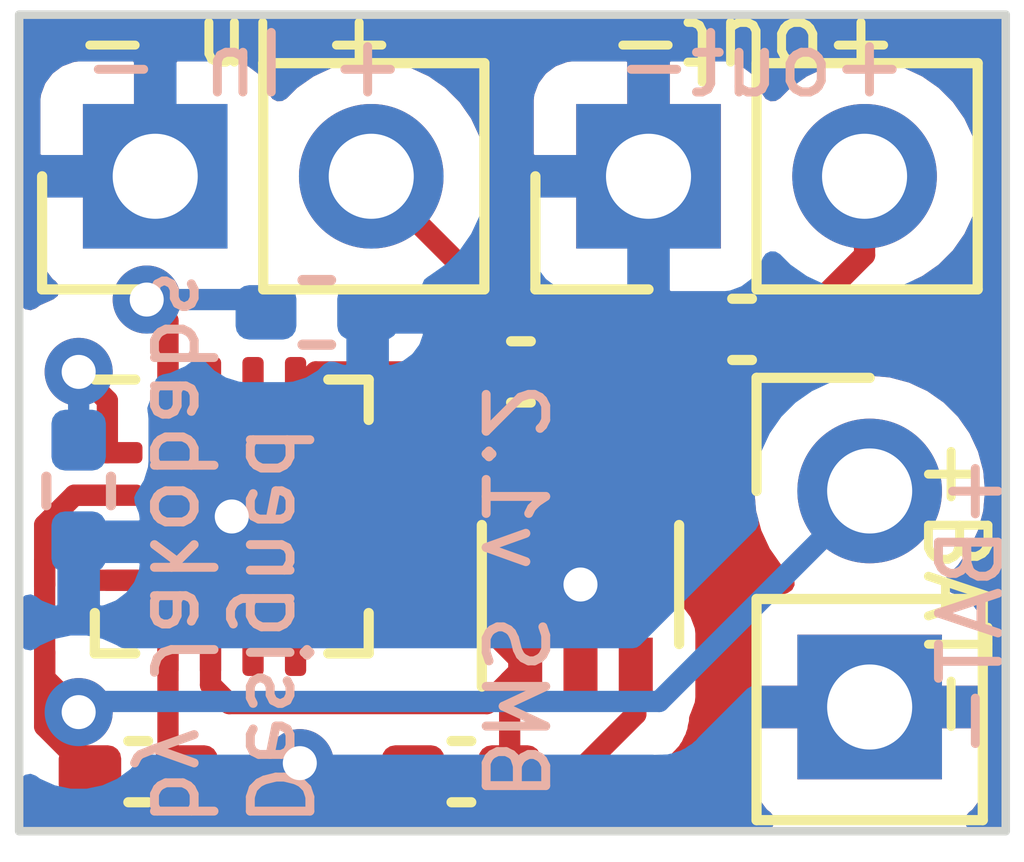
<source format=kicad_pcb>
(kicad_pcb (version 20240108) (generator "pcbnew") (generator_version "8.0")
  (layers (0 "F.Cu" signal) (31 "B.Cu" signal) (34 "B.Paste" user) (35 "F.Paste" user) (36 "B.SilkS" user "B.Silkscreen") (37 "F.SilkS" user "F.Silkscreen") (38 "B.Mask" user) (39 "F.Mask" user) (44 "Edge.Cuts" user))
  (net 0 "")
  (net 1 "Net-(U1-EN1)")
  (net 2 "GND")
  (net 3 "Net-(U1-ISET)")
  (net 4 "Net-(U1-TS)")
  (net 9 "/Vin")
  (net 10 "/Vout")
  (net 11 "Net-(BT1-+)")
  (footprint "Package_TO_SOT_SMD:SOT-353_SC-70-5" (layer "F.Cu") (at 166.3 84.3 90)
    (property "Reference" "U2" (hide yes))
    (property "Value" "TLV70015_SOT353" (hide yes))
    (fp_line (start 0.7 -1.16) (end -1.2 -1.16) (stroke (width 0.12)) (layer "F.SilkS"))
    (fp_line (start -0.7 1.16) (end 0.7 1.16) (stroke (width 0.12)) (layer "F.SilkS"))
    (pad "1" smd rect (at -0.95 -0.65 90) (size 0.65 0.4) (layers "F.Cu" "F.Paste" "F.Mask") (net 1 "Net-(U1-EN1)"))
    (pad "2" smd rect (at -0.95 0 90) (size 0.65 0.4) (layers "F.Cu" "F.Paste" "F.Mask") (net 2 "GND"))
    (pad "3" smd rect (at -0.95 0.65 90) (size 0.65 0.4) (layers "F.Cu" "F.Paste" "F.Mask") (net 1 "Net-(U1-EN1)"))
    (pad "4" smd rect (at 0.95 0.65 90) (size 0.65 0.4) (layers "F.Cu" "F.Paste" "F.Mask"))
    (pad "5" smd rect (at 0.95 -0.65 90) (size 0.65 0.4) (layers "F.Cu" "F.Paste" "F.Mask") (net 10 "/Vout"))
  )
  (footprint "Connector_PinHeader_2.54mm:PinHeader_1x02_P2.54mm_Vertical" (layer "F.Cu") (at 161.3 79.5 90)
    (property "Reference" "J1" (hide yes))
    (property "Value" "Power In" (hide yes))
    (fp_line (start -1.33 -1.33) (end 0 -1.33) (stroke (width 0.12)) (layer "F.SilkS"))
    (fp_line (start -1.33 0) (end -1.33 -1.33) (stroke (width 0.12)) (layer "F.SilkS"))
    (fp_line (start 1.33 1.27) (end 1.33 3.87) (stroke (width 0.12)) (layer "F.SilkS"))
    (fp_line (start -1.33 1.27) (end 1.33 1.27) (stroke (width 0.12)) (layer "F.SilkS"))
    (fp_line (start -1.33 1.27) (end -1.33 3.87) (stroke (width 0.12)) (layer "F.SilkS"))
    (fp_line (start -1.33 3.87) (end 1.33 3.87) (stroke (width 0.12)) (layer "F.SilkS"))
    (pad "1" thru_hole rect (at 0 0 90) (size 1.7 1.7) (drill 1) (layers "*.Cu" "*.Mask") (net 2 "GND"))
    (pad "2" thru_hole oval (at 0 2.54 90) (size 1.7 1.7) (drill 1) (layers "*.Cu" "*.Mask") (net 9 "/Vin"))
  )
  (footprint "Capacitor_SMD:C_0402_1005Metric_Pad0.74x0.62mm_HandSolder" (layer "F.Cu") (at 164.9 86.5 180)
    (property "Reference" "C3" (hide yes))
    (property "Value" "4.7uF" (hide yes))
    (fp_line (start -0.115835 0.36) (end 0.115835 0.36) (stroke (width 0.12)) (layer "F.SilkS"))
    (fp_line (start -0.115835 -0.36) (end 0.115835 -0.36) (stroke (width 0.12)) (layer "F.SilkS"))
    (pad "1" smd roundrect (at -0.5675 0 180) (size 0.735 0.62) (layers "F.Cu" "F.Paste" "F.Mask") (net 1 "Net-(U1-EN1)"))
    (pad "2" smd roundrect (at 0.5675 0 180) (size 0.735 0.62) (layers "F.Cu" "F.Paste" "F.Mask") (net 2 "GND"))
  )
  (footprint "Connector_PinHeader_2.54mm:PinHeader_1x02_P2.54mm_Vertical" (layer "F.Cu") (at 167.1 79.5 90)
    (property "Reference" "J2" (hide yes))
    (property "Value" "Power Out" (hide yes))
    (fp_line (start -1.33 -1.33) (end 0 -1.33) (stroke (width 0.12)) (layer "F.SilkS"))
    (fp_line (start -1.33 0) (end -1.33 -1.33) (stroke (width 0.12)) (layer "F.SilkS"))
    (fp_line (start 1.33 1.27) (end 1.33 3.87) (stroke (width 0.12)) (layer "F.SilkS"))
    (fp_line (start -1.33 1.27) (end 1.33 1.27) (stroke (width 0.12)) (layer "F.SilkS"))
    (fp_line (start -1.33 1.27) (end -1.33 3.87) (stroke (width 0.12)) (layer "F.SilkS"))
    (fp_line (start -1.33 3.87) (end 1.33 3.87) (stroke (width 0.12)) (layer "F.SilkS"))
    (pad "1" thru_hole rect (at 0 0 90) (size 1.7 1.7) (drill 1) (layers "*.Cu" "*.Mask") (net 2 "GND"))
    (pad "2" thru_hole oval (at 0 2.54 90) (size 1.7 1.7) (drill 1) (layers "*.Cu" "*.Mask") (net 10 "/Vout"))
  )
  (footprint "Capacitor_SMD:C_0402_1005Metric_Pad0.74x0.62mm_HandSolder" (layer "F.Cu") (at 161.1 86.5)
    (property "Reference" "C2" (hide yes))
    (property "Value" "4.7uF" (hide yes))
    (fp_line (start -0.115835 -0.36) (end 0.115835 -0.36) (stroke (width 0.12)) (layer "F.SilkS"))
    (fp_line (start -0.115835 0.36) (end 0.115835 0.36) (stroke (width 0.12)) (layer "F.SilkS"))
    (pad "1" smd roundrect (at -0.5675 0) (size 0.735 0.62) (layers "F.Cu" "F.Paste" "F.Mask") (net 11 "Net-(BT1-+)"))
    (pad "2" smd roundrect (at 0.5675 0) (size 0.735 0.62) (layers "F.Cu" "F.Paste" "F.Mask") (net 2 "GND"))
  )
  (footprint "Package_DFN_QFN:VQFN-16-1EP_3x3mm_P0.5mm_EP1.68x1.68mm" (layer "F.Cu") (at 162.2 83.5)
    (property "Reference" "U1" (hide yes))
    (property "Value" "BQ24073RGT" (hide yes))
    (fp_line (start -1.61 1.61) (end -1.61 1.135) (stroke (width 0.12)) (layer "F.SilkS"))
    (fp_line (start -1.135 -1.61) (end -1.61 -1.61) (stroke (width 0.12)) (layer "F.SilkS"))
    (fp_line (start -1.135 1.61) (end -1.61 1.61) (stroke (width 0.12)) (layer "F.SilkS"))
    (fp_line (start 1.135 -1.61) (end 1.61 -1.61) (stroke (width 0.12)) (layer "F.SilkS"))
    (fp_line (start 1.135 1.61) (end 1.61 1.61) (stroke (width 0.12)) (layer "F.SilkS"))
    (fp_line (start 1.61 -1.61) (end 1.61 -1.135) (stroke (width 0.12)) (layer "F.SilkS"))
    (fp_line (start 1.61 1.61) (end 1.61 1.135) (stroke (width 0.12)) (layer "F.SilkS"))
    (pad "1" smd roundrect (at -1.4625 -0.75) (size 0.825 0.25) (layers "F.Cu" "F.Paste" "F.Mask") (net 4 "Net-(U1-TS)"))
    (pad "2" smd roundrect (at -1.4625 -0.25) (size 0.825 0.25) (layers "F.Cu" "F.Paste" "F.Mask") (net 11 "Net-(BT1-+)"))
    (pad "3" smd roundrect (at -1.4625 0.25) (size 0.825 0.25) (layers "F.Cu" "F.Paste" "F.Mask") (net 11 "Net-(BT1-+)"))
    (pad "4" smd roundrect (at -1.4625 0.75) (size 0.825 0.25) (layers "F.Cu" "F.Paste" "F.Mask") (net 2 "GND"))
    (pad "5" smd roundrect (at -0.75 1.4625) (size 0.25 0.825) (layers "F.Cu" "F.Paste" "F.Mask") (net 2 "GND"))
    (pad "6" smd roundrect (at -0.25 1.4625) (size 0.25 0.825) (layers "F.Cu" "F.Paste" "F.Mask") (net 1 "Net-(U1-EN1)"))
    (pad "7" smd roundrect (at 0.25 1.4625) (size 0.25 0.825) (layers "F.Cu" "F.Paste" "F.Mask"))
    (pad "8" smd roundrect (at 0.75 1.4625) (size 0.25 0.825) (layers "F.Cu" "F.Paste" "F.Mask") (net 2 "GND"))
    (pad "9" smd roundrect (at 1.4625 0.75) (size 0.825 0.25) (layers "F.Cu" "F.Paste" "F.Mask"))
    (pad "10" smd roundrect (at 1.4625 0.25) (size 0.825 0.25) (layers "F.Cu" "F.Paste" "F.Mask") (net 1 "Net-(U1-EN1)"))
    (pad "11" smd roundrect (at 1.4625 -0.25) (size 0.825 0.25) (layers "F.Cu" "F.Paste" "F.Mask") (net 1 "Net-(U1-EN1)"))
    (pad "12" smd roundrect (at 1.4625 -0.75) (size 0.825 0.25) (layers "F.Cu" "F.Paste" "F.Mask"))
    (pad "13" smd roundrect (at 0.75 -1.4625) (size 0.25 0.825) (layers "F.Cu" "F.Paste" "F.Mask") (net 9 "/Vin"))
    (pad "14" smd roundrect (at 0.25 -1.4625) (size 0.25 0.825) (layers "F.Cu" "F.Paste" "F.Mask"))
    (pad "15" smd roundrect (at -0.25 -1.4625) (size 0.25 0.825) (layers "F.Cu" "F.Paste" "F.Mask") (net 2 "GND"))
    (pad "16" smd roundrect (at -0.75 -1.4625) (size 0.25 0.825) (layers "F.Cu" "F.Paste" "F.Mask") (net 3 "Net-(U1-ISET)"))
    (pad "17" smd rect (at 0 0) (size 1.68 1.68) (layers "F.Cu" "F.Mask") (net 2 "GND"))
  )
  (footprint "Connector_PinHeader_2.54mm:PinHeader_1x02_P2.54mm_Vertical" (layer "F.Cu") (at 169.7 83.2)
    (property "Reference" "BT1" (hide yes))
    (property "Value" "3.7V" (hide yes))
    (fp_line (start -1.33 -1.33) (end 0 -1.33) (stroke (width 0.12)) (layer "F.SilkS"))
    (fp_line (start -1.33 0) (end -1.33 -1.33) (stroke (width 0.12)) (layer "F.SilkS"))
    (fp_line (start -1.33 1.27) (end -1.33 3.87) (stroke (width 0.12)) (layer "F.SilkS"))
    (fp_line (start -1.33 1.27) (end 1.33 1.27) (stroke (width 0.12)) (layer "F.SilkS"))
    (fp_line (start -1.33 3.87) (end 1.33 3.87) (stroke (width 0.12)) (layer "F.SilkS"))
    (fp_line (start 1.33 1.27) (end 1.33 3.87) (stroke (width 0.12)) (layer "F.SilkS"))
    (pad "1" thru_hole oval (at 0 0) (size 1.7 1.7) (drill 1) (layers "*.Cu" "*.Mask") (net 11 "Net-(BT1-+)"))
    (pad "2" thru_hole rect (at 0 2.54) (size 1.7 1.7) (drill 1) (layers "*.Cu" "*.Mask") (net 2 "GND"))
  )
  (footprint "Capacitor_SMD:C_0402_1005Metric_Pad0.74x0.62mm_HandSolder" (layer "F.Cu") (at 165.6 81.8)
    (property "Reference" "C1" (hide yes))
    (property "Value" "1uF" (hide yes))
    (fp_line (start -0.115835 -0.36) (end 0.115835 -0.36) (stroke (width 0.12)) (layer "F.SilkS"))
    (fp_line (start -0.115835 0.36) (end 0.115835 0.36) (stroke (width 0.12)) (layer "F.SilkS"))
    (pad "1" smd roundrect (at -0.5675 0) (size 0.735 0.62) (layers "F.Cu" "F.Paste" "F.Mask") (net 9 "/Vin"))
    (pad "2" smd roundrect (at 0.5675 0) (size 0.735 0.62) (layers "F.Cu" "F.Paste" "F.Mask") (net 2 "GND"))
  )
  (footprint "Capacitor_SMD:C_0402_1005Metric_Pad0.74x0.62mm_HandSolder" (layer "F.Cu") (at 168.2 81.3 180)
    (property "Reference" "C5" (hide yes))
    (property "Value" "1uF" (hide yes))
    (fp_line (start -0.115835 0.36) (end 0.115835 0.36) (stroke (width 0.12)) (layer "F.SilkS"))
    (fp_line (start -0.115835 -0.36) (end 0.115835 -0.36) (stroke (width 0.12)) (layer "F.SilkS"))
    (pad "1" smd roundrect (at -0.5675 0 180) (size 0.735 0.62) (layers "F.Cu" "F.Paste" "F.Mask") (net 10 "/Vout"))
    (pad "2" smd roundrect (at 0.5675 0 180) (size 0.735 0.62) (layers "F.Cu" "F.Paste" "F.Mask") (net 2 "GND"))
  )
  (footprint "Resistor_SMD:R_0402_1005Metric_Pad0.72x0.64mm_HandSolder" (layer "B.Cu") (at 163.2 81.1)
    (property "Reference" "R1" (hide yes))
    (property "Value" "8.89k" (hide yes))
    (fp_line (start -0.167621 -0.38) (end 0.167621 -0.38) (stroke (width 0.12)) (layer "B.SilkS"))
    (fp_line (start -0.167621 0.38) (end 0.167621 0.38) (stroke (width 0.12)) (layer "B.SilkS"))
    (pad "1" smd roundrect (at -0.5975 0) (size 0.715 0.64) (layers "B.Cu" "B.Paste" "B.Mask") (net 3 "Net-(U1-ISET)"))
    (pad "2" smd roundrect (at 0.5975 0) (size 0.715 0.64) (layers "B.Cu" "B.Paste" "B.Mask") (net 2 "GND") (thermal_bridge_width 0.5) (thermal_gap 0.3))
  )
  (footprint "Resistor_SMD:R_0402_1005Metric_Pad0.72x0.64mm_HandSolder" (layer "B.Cu") (at 160.4 83.2 -90)
    (property "Reference" "R2" (hide yes))
    (property "Value" "10k" (hide yes))
    (fp_line (start -0.167621 0.38) (end 0.167621 0.38) (stroke (width 0.12)) (layer "B.SilkS"))
    (fp_line (start -0.167621 -0.38) (end 0.167621 -0.38) (stroke (width 0.12)) (layer "B.SilkS"))
    (pad "1" smd roundrect (at -0.5975 0 270) (size 0.715 0.64) (layers "B.Cu" "B.Paste" "B.Mask") (net 4 "Net-(U1-TS)"))
    (pad "2" smd roundrect (at 0.5975 0 270) (size 0.715 0.64) (layers "B.Cu" "B.Paste" "B.Mask") (net 2 "GND") (thermal_bridge_width 0.5) (thermal_gap 0.4))
  )
  (gr_rect (start 159.7 77.6) (end 171.3 87.2) (stroke (width 0.1)) (fill none) (layer "Edge.Cuts"))
  (gr_text "+out-" (at 170.2 78.6 0) (layer "B.SilkS") (effects (font (size 0.7 0.7) (thickness 0.105)) (justify left bottom mirror)))
  (gr_text "+ In -" (at 164.3 78.6 0) (layer "B.SilkS") (effects (font (size 0.7 0.7) (thickness 0.105)) (justify left bottom mirror)))
  (gr_text "Designed\nby Jakobabs" (at 161.2 87.2 -90) (layer "B.SilkS") (effects (font (size 0.7 0.7) (thickness 0.105)) (justify left bottom mirror)))
  (gr_text "BMS v1.2" (at 165.1 86.9 270) (layer "B.SilkS") (effects (font (size 0.7 0.7) (thickness 0.105)) (justify left bottom mirror)))
  (gr_text "+BAT-" (at 171.3 82.7 90) (layer "B.SilkS") (effects (font (size 0.7 0.7) (thickness 0.105)) (justify left bottom mirror)))
  (gr_text "+out-" (at 170.1 77.6 180) (layer "F.SilkS") (effects (font (size 0.7 0.7) (thickness 0.105)) (justify left bottom)))
  (gr_text "+BAT-" (at 170.3 82.5 -90) (layer "F.SilkS") (effects (font (size 0.7 0.7) (thickness 0.105)) (justify left bottom)))
  (gr_text "+ In -" (at 164.2 77.6 180) (layer "F.SilkS") (effects (font (size 0.7 0.7) (thickness 0.105)) (justify left bottom)))
  (segment (start 164.15 83.75) (end 163.6625 83.75) (width 0.25) (layer "F.Cu") (net 1))
  (segment (start 165.4675 85.4325) (end 165.65 85.25) (width 0.25) (layer "F.Cu") (net 1))
  (segment (start 165.2 85.7) (end 165.65 85.25) (width 0.25) (layer "F.Cu") (net 1))
  (segment (start 165.4675 86.5) (end 165.4675 85.4325) (width 0.25) (layer "F.Cu") (net 1))
  (segment (start 161.95 84.9625) (end 161.95 85.48) (width 0.25) (layer "F.Cu") (net 1))
  (segment (start 161.95 85.48) (end 162.17 85.7) (width 0.25) (layer "F.Cu") (net 1))
  (segment (start 162.17 85.7) (end 165.2 85.7) (width 0.25) (layer "F.Cu") (net 1))
  (segment (start 166.95 85.825) (end 166.275 86.5) (width 0.25) (layer "F.Cu") (net 1))
  (segment (start 166.95 85.25) (end 166.95 85.825) (width 0.25) (layer "F.Cu") (net 1))
  (segment (start 166.275 86.5) (end 165.4675 86.5) (width 0.25) (layer "F.Cu") (net 1))
  (segment (start 165.65 85.25) (end 164.15 83.75) (width 0.25) (layer "F.Cu") (net 1))
  (segment (start 161.45 84.25) (end 162.2 83.5) (width 0.25) (layer "F.Cu") (net 2))
  (segment (start 164.3325 86.5) (end 163.1 86.5) (width 0.25) (layer "F.Cu") (net 2))
  (segment (start 167.6325 81.3) (end 166.6675 81.3) (width 0.25) (layer "F.Cu") (net 2))
  (segment (start 162.925 84.225) (end 162.2 83.5) (width 0.25) (layer "F.Cu") (net 2))
  (segment (start 166.6675 81.3) (end 166.1675 81.8) (width 0.25) (layer "F.Cu") (net 2))
  (segment (start 167.1 80.7675) (end 167.6325 81.3) (width 0.25) (layer "F.Cu") (net 2))
  (segment (start 160.7375 84.25) (end 161.45 84.25) (width 0.25) (layer "F.Cu") (net 2))
  (segment (start 167.1 79.5) (end 167.1 80.7675) (width 0.25) (layer "F.Cu") (net 2))
  (segment (start 161.45 84.9625) (end 161.45 84.25) (width 0.25) (layer "F.Cu") (net 2))
  (segment (start 161.95 83.25) (end 162.2 83.5) (width 0.25) (layer "F.Cu") (net 2))
  (segment (start 161.95 82.0375) (end 161.95 83.25) (width 0.25) (layer "F.Cu") (net 2))
  (segment (start 161.6675 86.5) (end 162.9 86.5) (width 0.25) (layer "F.Cu") (net 2))
  (segment (start 161.45 86.2825) (end 161.6675 86.5) (width 0.25) (layer "F.Cu") (net 2))
  (segment (start 162.95 84.9625) (end 162.925 84.9375) (width 0.25) (layer "F.Cu") (net 2))
  (segment (start 162.9 86.5) (end 163 86.4) (width 0.25) (layer "F.Cu") (net 2))
  (segment (start 162.925 84.9375) (end 162.925 84.225) (width 0.25) (layer "F.Cu") (net 2))
  (segment (start 163.1 86.5) (end 163 86.4) (width 0.25) (layer "F.Cu") (net 2))
  (segment (start 166.3 85.25) (end 166.3 84.3) (width 0.25) (layer "F.Cu") (net 2))
  (segment (start 161.45 84.9625) (end 161.45 86.2825) (width 0.25) (layer "F.Cu") (net 2))
  (via (at 162.2 83.5) (size 0.8) (drill 0.4) (layers "F.Cu" "B.Cu") (net 2))
  (via (at 163 86.4) (size 0.8) (drill 0.4) (layers "F.Cu" "B.Cu") (net 2))
  (via (at 166.3 84.3) (size 0.8) (drill 0.4) (layers "F.Cu" "B.Cu") (net 2))
  (segment (start 161.45 81.199502) (end 161.2 80.949502) (width 0.25) (layer "F.Cu") (net 3))
  (segment (start 161.45 82.0375) (end 161.45 81.199502) (width 0.25) (layer "F.Cu") (net 3))
  (via (at 161.2 80.949502) (size 0.8) (drill 0.4) (layers "F.Cu" "B.Cu") (net 3))
  (segment (start 162.452002 80.949502) (end 162.6025 81.1) (width 0.25) (layer "B.Cu") (net 3))
  (segment (start 161.2 80.949502) (end 162.452002 80.949502) (width 0.25) (layer "B.Cu") (net 3))
  (segment (start 160.4 81.8) (end 160.7375 82.1375) (width 0.25) (layer "F.Cu") (net 4))
  (segment (start 160.7375 82.1375) (end 160.7375 82.75) (width 0.25) (layer "F.Cu") (net 4))
  (via (at 160.4 81.8) (size 0.8) (drill 0.4) (layers "F.Cu" "B.Cu") (net 4))
  (segment (start 160.4 81.8) (end 160.4 82.6025) (width 0.25) (layer "B.Cu") (net 4))
  (segment (start 165.0325 81.8) (end 165.0325 80.6925) (width 0.25) (layer "F.Cu") (net 9))
  (segment (start 163.1875 81.8) (end 162.95 82.0375) (width 0.25) (layer "F.Cu") (net 9))
  (segment (start 165.0325 81.8) (end 163.1875 81.8) (width 0.25) (layer "F.Cu") (net 9))
  (segment (start 165.0325 80.6925) (end 163.84 79.5) (width 0.25) (layer "F.Cu") (net 9))
  (segment (start 167.6675 82.4) (end 168.7675 81.3) (width 0.25) (layer "F.Cu") (net 10))
  (segment (start 165.663823 83.35) (end 166.613823 82.4) (width 0.25) (layer "F.Cu") (net 10))
  (segment (start 166.613823 82.4) (end 167.6675 82.4) (width 0.25) (layer "F.Cu") (net 10))
  (segment (start 169.64 79.5) (end 169.64 80.4275) (width 0.25) (layer "F.Cu") (net 10))
  (segment (start 169.64 80.4275) (end 168.7675 81.3) (width 0.25) (layer "F.Cu") (net 10))
  (segment (start 165.65 83.35) (end 165.663823 83.35) (width 0.25) (layer "F.Cu") (net 10))
  (segment (start 160 85.1) (end 160 85.9675) (width 0.25) (layer "F.Cu") (net 11))
  (segment (start 160 85.1) (end 160 85.4) (width 0.25) (layer "F.Cu") (net 11))
  (segment (start 160.7375 83.25) (end 160.35 83.25) (width 0.25) (layer "F.Cu") (net 11))
  (segment (start 160 85.4) (end 160.4 85.8) (width 0.25) (layer "F.Cu") (net 11))
  (segment (start 160 85.9675) (end 160.5325 86.5) (width 0.25) (layer "F.Cu") (net 11))
  (segment (start 160 83.6) (end 160 84.3) (width 0.25) (layer "F.Cu") (net 11))
  (segment (start 160.276992 83.75) (end 160 84.026992) (width 0.25) (layer "F.Cu") (net 11))
  (segment (start 160.7375 83.75) (end 160.276992 83.75) (width 0.25) (layer "F.Cu") (net 11))
  (segment (start 160 84.3) (end 160 85.1) (width 0.25) (layer "F.Cu") (net 11))
  (segment (start 160.35 83.25) (end 160 83.6) (width 0.25) (layer "F.Cu") (net 11))
  (segment (start 160 84.026992) (end 160 84.3) (width 0.25) (layer "F.Cu") (net 11))
  (via (at 160.4 85.8) (size 0.8) (drill 0.4) (layers "F.Cu" "B.Cu") (net 11))
  (segment (start 167.225 85.675) (end 169.7 83.2) (width 0.25) (layer "B.Cu") (net 11))
  (segment (start 160.4 85.8) (end 160.525 85.675) (width 0.25) (layer "B.Cu") (net 11))
  (segment (start 160.525 85.675) (end 167.225 85.675) (width 0.25) (layer "B.Cu") (net 11))
  (zone (net 2) (net_name "GND") (layers "F&B.Cu") (priority 1) (connect_pads (clearance 0.5)) (min_thickness 0.25) (fill yes (thermal_gap 0.5) (thermal_bridge_width 0.5) (island_removal_mode 2) (island_area_min 10))
    (polygon (pts (xy 159.7 77.6) (xy 171.3 77.6) (xy 171.3 87.2) (xy 159.7 87.2)))
  )
)
</source>
